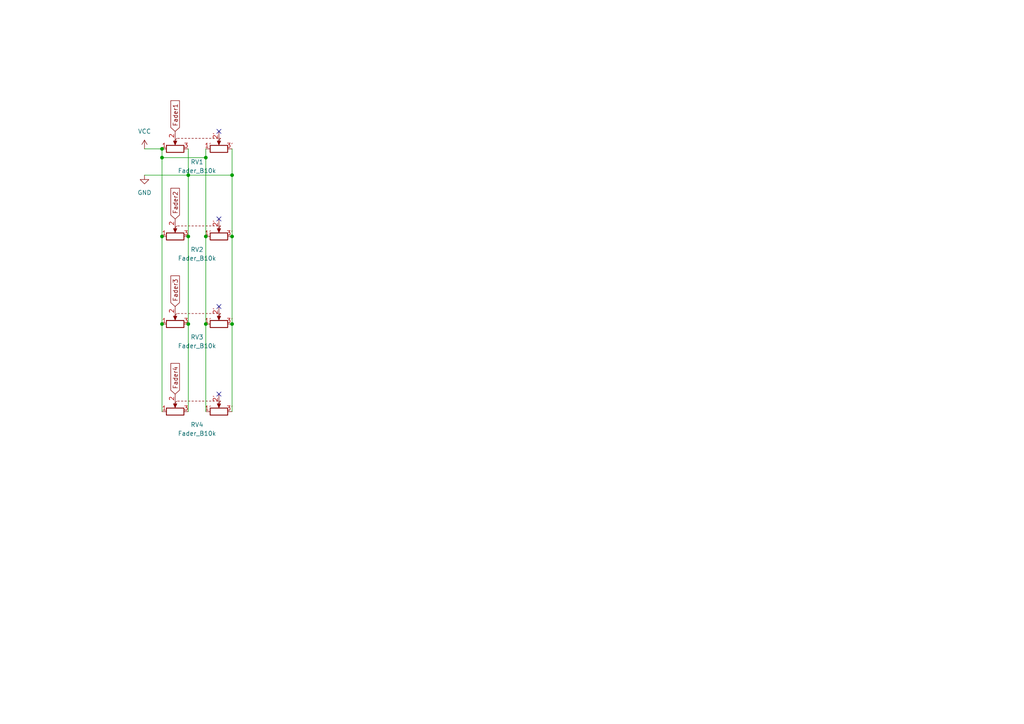
<source format=kicad_sch>
(kicad_sch (version 20230121) (generator eeschema)
  (paper "A4")
  (lib_symbols
    (symbol "Library:Fader_B10k" (pin_names (offset 1.016) hide)
      (property "Reference" "RV1" (at 0 -6.35 0))
      (property "Value" "Fader_B10k" (at 0 -8.89 0))
      (symbol "Fader_B10k_0_1"
        (rectangle (start -8.89 -1.524) (end -3.81 -3.556) (stroke (width 0.254)))
        (polyline (pts (xy -6.35 0) (xy -6.35 -1.016)))
        (polyline (pts (xy -6.35 0) (xy -6.35 -1.016)))
        (polyline (pts (xy -6.35 0) (xy -5.842 0.508)))
        (polyline (pts (xy -5.588 0.508) (xy -5.08 0.508)))
        (polyline (pts (xy -4.572 0.508) (xy -4.064 0.508)))
        (polyline (pts (xy -3.556 0.508) (xy -3.048 0.508)))
        (polyline (pts (xy -2.54 0.508) (xy -2.032 0.508)))
        (polyline (pts (xy -1.524 0.508) (xy -1.016 0.508)))
        (polyline (pts (xy -0.508 0.508) (xy 0 0.508)))
        (polyline (pts (xy 0.508 0.508) (xy 1.016 0.508)))
        (polyline (pts (xy 1.524 0.508) (xy 2.032 0.508)))
        (polyline (pts (xy 2.54 0.508) (xy 3.048 0.508)))
        (polyline (pts (xy 3.556 0.508) (xy 4.064 0.508)))
        (polyline (pts (xy 4.572 0.508) (xy 5.08 0.508)))
        (polyline (pts (xy 5.588 0.508) (xy 6.096 0.508)))
        (polyline (pts (xy 6.35 0) (xy 6.35 -1.016)))
        (polyline (pts (xy 6.35 0) (xy 6.35 -1.016)))
        (polyline (pts (xy 6.604 0.508) (xy 6.858 0.508) (xy 6.35 0)))
        (polyline (pts (xy -6.35 -1.397) (xy -6.858 -0.254) (xy -5.842 -0.254) (xy -6.35 -1.397)) (fill (type outline)))
        (polyline (pts (xy 6.35 -1.397) (xy 5.842 -0.254) (xy 6.858 -0.254) (xy 6.35 -1.397)) (fill (type outline)))
        (rectangle (start 3.81 -1.524) (end 8.89 -3.556) (stroke (width 0.254)))
      )
      (symbol "Fader_B10k_1_1"
        (pin passive line (at -10.16 -2.54 0) (length 1.27) (name "1") (number "1"))
        (pin passive line (at 2.54 -2.54 0) (length 1.27) (name "1'") (number "1'"))
        (pin passive line (at -6.35 2.54 270) (length 2.54) (name "2") (number "2"))
        (pin passive line (at 6.35 2.54 270) (length 2.54) (name "2'") (number "2'"))
        (pin passive line (at -2.54 -2.54 180) (length 1.27) (name "3") (number "3"))
        (pin passive line (at 10.16 -2.54 180) (length 1.27) (name "3'") (number "3'"))
        (pin passive line (at -6.35 -6.35 90) (length 1.27) hide (name "4") (number "4"))
        (pin passive line (at 6.35 -6.35 90) (length 1.27) hide (name "5") (number "5"))
      )
    )
    (symbol "power:GND" (power) (pin_names (offset 0))
      (property "Value" "GND" (at 0 -3.81 0))
      (symbol "GND_0_1"
        (polyline (pts (xy 0 0) (xy 0 -1.27) (xy 1.27 -1.27) (xy 0 -2.54) (xy -1.27 -1.27) (xy 0 -1.27)))
      )
      (symbol "GND_1_1"
        (pin power_in line (at 0 0 270) (length 0) hide (name "GND") (number "1"))
      )
    )
    (symbol "power:VCC" (power) (pin_names (offset 0))
      (property "Value" "VCC" (at 0 3.81 0))
      (symbol "VCC_0_1"
        (polyline (pts (xy -0.762 1.27) (xy 0 2.54)))
        (polyline (pts (xy 0 0) (xy 0 2.54)))
        (polyline (pts (xy 0 2.54) (xy 0.762 1.27)))
      )
      (symbol "VCC_1_1"
        (pin power_in line (at 0 0 90) (length 0) hide (name "VCC") (number "1"))
      )
    )
  )
  (junction (at 59.69 68.58))
  (junction (at 59.69 45.72))
  (junction (at 46.99 43.18))
  (junction (at 67.31 50.8))
  (junction (at 67.31 93.98))
  (junction (at 46.99 45.72))
  (junction (at 54.61 68.58))
  (junction (at 54.61 93.98))
  (junction (at 46.99 93.98))
  (junction (at 59.69 93.98))
  (junction (at 46.99 68.58))
  (junction (at 67.31 68.58))
  (junction (at 54.61 50.8))
  (no_connect (at 63.5 38.1))
  (no_connect (at 63.5 63.5))
  (no_connect (at 63.5 88.9))
  (no_connect (at 63.5 114.3))
  (wire (pts (xy 54.61 50.8) (xy 54.61 68.58)))
  (wire (pts (xy 59.69 93.98) (xy 59.69 119.38)))
  (wire (pts (xy 59.69 43.18) (xy 59.69 45.72)))
  (wire (pts (xy 59.69 68.58) (xy 59.69 93.98)))
  (wire (pts (xy 67.31 93.98) (xy 67.31 119.38)))
  (wire (pts (xy 46.99 43.18) (xy 46.99 45.72)))
  (wire (pts (xy 54.61 50.8) (xy 67.31 50.8)))
  (wire (pts (xy 54.61 68.58) (xy 54.61 93.98)))
  (wire (pts (xy 46.99 45.72) (xy 46.99 68.58)))
  (wire (pts (xy 41.91 43.18) (xy 46.99 43.18)))
  (wire (pts (xy 46.99 45.72) (xy 59.69 45.72)))
  (wire (pts (xy 67.31 50.8) (xy 67.31 68.58)))
  (wire (pts (xy 59.69 45.72) (xy 59.69 68.58)))
  (wire (pts (xy 67.31 68.58) (xy 67.31 93.98)))
  (wire (pts (xy 54.61 43.18) (xy 54.61 50.8)))
  (wire (pts (xy 46.99 93.98) (xy 46.99 119.38)))
  (wire (pts (xy 46.99 68.58) (xy 46.99 93.98)))
  (wire (pts (xy 41.91 50.8) (xy 54.61 50.8)))
  (wire (pts (xy 67.31 43.18) (xy 67.31 50.8)))
  (wire (pts (xy 54.61 93.98) (xy 54.61 119.38)))
  (global_label "Fader2" (shape input) (at 50.8 63.5 90) (property "Intersheetrefs" "${INTERSHEET_REFS}" (effects hide)))
  (global_label "Fader3" (shape input) (at 50.8 88.9 90) (property "Intersheetrefs" "${INTERSHEET_REFS}" (effects hide)))
  (global_label "Fader1" (shape input) (at 50.8 38.1 90) (property "Intersheetrefs" "${INTERSHEET_REFS}" (effects hide)))
  (global_label "Fader4" (shape input) (at 50.8 114.3 90) (property "Intersheetrefs" "${INTERSHEET_REFS}" (effects hide)))
  (symbol (lib_id "Library:Fader_B10k") (at 57.15 66.04 0) (unit 1)
    (property "Reference" "RV2" (at 57.15 72.39 0))
    (property "Value" "Fader_B10k" (at 57.15 74.93 0))
    (property "Footprint" "Library:Fader B10K" (effects hide))
  )
  (symbol (lib_id "Library:Fader_B10k") (at 57.15 40.64 0) (unit 1)
    (property "Reference" "RV1" (at 57.15 46.99 0))
    (property "Value" "Fader_B10k" (at 57.15 49.53 0))
    (property "Footprint" "Library:Fader B10K" (effects hide))
  )
  (symbol (lib_id "Library:Fader_B10k") (at 57.15 116.84 0) (unit 1)
    (property "Reference" "RV4" (at 57.15 123.19 0))
    (property "Value" "Fader_B10k" (at 57.15 125.73 0))
    (property "Footprint" "Library:Fader B10K" (effects hide))
  )
  (symbol (lib_id "power:GND") (at 41.91 50.8 0) (unit 1)
    (property "Reference" "#PWR01" (effects hide))
    (property "Value" "GND" (at 41.91 55.88 0))
  )
  (symbol (lib_id "power:VCC") (at 41.91 43.18 0) (unit 1)
    (property "Reference" "VCC" (effects hide))
    (property "Value" "VCC" (at 41.91 38.1 0))
  )
  (symbol (lib_id "Library:Fader_B10k") (at 57.15 91.44 0) (unit 1)
    (property "Reference" "RV3" (at 57.15 97.79 0))
    (property "Value" "Fader_B10k" (at 57.15 100.33 0))
    (property "Footprint" "Library:Fader B10K" (effects hide))
  )
)
</source>
